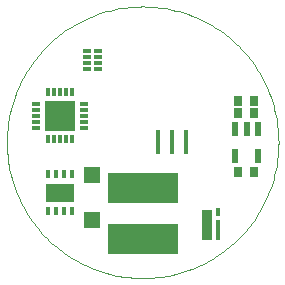
<source format=gbr>
G04 EAGLE Gerber RS-274X export*
G75*
%MOMM*%
%FSLAX35Y35*%
%LPD*%
%INsolder_paste_bottom*%
%IPPOS*%
%AMOC8*
5,1,8,0,0,1.08239X$1,22.5*%
G01*
%ADD10C,0.010000*%
%ADD11R,0.700000X0.900000*%
%ADD12R,1.400000X1.400000*%
%ADD13R,0.400000X2.000000*%
%ADD14R,2.500000X2.500000*%
%ADD15R,0.300000X0.750000*%
%ADD16R,0.750000X0.300000*%
%ADD17R,2.400000X1.500000*%
%ADD18R,0.350000X0.650000*%
%ADD19R,6.000000X2.500000*%
%ADD20R,0.600000X1.200000*%
%ADD21R,0.950000X2.500000*%
%ADD22R,0.300000X1.770000*%
%ADD23R,0.300000X0.650000*%
%ADD24R,0.650000X0.300000*%


D10*
X-1150000Y0D02*
X-1149654Y28222D01*
X-1148615Y56428D01*
X-1146884Y84599D01*
X-1144462Y112720D01*
X-1141351Y140772D01*
X-1137553Y168740D01*
X-1133069Y196606D01*
X-1127903Y224354D01*
X-1122057Y251966D01*
X-1115536Y279427D01*
X-1108342Y306720D01*
X-1100481Y333827D01*
X-1091957Y360734D01*
X-1082776Y387423D01*
X-1072942Y413879D01*
X-1062461Y440086D01*
X-1051341Y466028D01*
X-1039588Y491688D01*
X-1027208Y517053D01*
X-1014209Y542106D01*
X-1000600Y566833D01*
X-986388Y591218D01*
X-971582Y615247D01*
X-956190Y638906D01*
X-940223Y662179D01*
X-923689Y685054D01*
X-906598Y707516D01*
X-888962Y729552D01*
X-870790Y751149D01*
X-852094Y772293D01*
X-832884Y792972D01*
X-813173Y813173D01*
X-792972Y832884D01*
X-772293Y852094D01*
X-751149Y870790D01*
X-729552Y888962D01*
X-707516Y906598D01*
X-685054Y923689D01*
X-662179Y940223D01*
X-638906Y956190D01*
X-615247Y971582D01*
X-591218Y986388D01*
X-566833Y1000600D01*
X-542106Y1014209D01*
X-517053Y1027208D01*
X-491688Y1039588D01*
X-466028Y1051341D01*
X-440086Y1062461D01*
X-413879Y1072942D01*
X-387423Y1082776D01*
X-360734Y1091957D01*
X-333827Y1100481D01*
X-306720Y1108342D01*
X-279427Y1115536D01*
X-251966Y1122057D01*
X-224354Y1127903D01*
X-196606Y1133069D01*
X-168740Y1137553D01*
X-140772Y1141351D01*
X-112720Y1144462D01*
X-84599Y1146884D01*
X-56428Y1148615D01*
X-28222Y1149654D01*
X0Y1150000D01*
X28222Y1149654D01*
X56428Y1148615D01*
X84599Y1146884D01*
X112720Y1144462D01*
X140772Y1141351D01*
X168740Y1137553D01*
X196606Y1133069D01*
X224354Y1127903D01*
X251966Y1122057D01*
X279427Y1115536D01*
X306720Y1108342D01*
X333827Y1100481D01*
X360734Y1091957D01*
X387423Y1082776D01*
X413879Y1072942D01*
X440086Y1062461D01*
X466028Y1051341D01*
X491688Y1039588D01*
X517053Y1027208D01*
X542106Y1014209D01*
X566833Y1000600D01*
X591218Y986388D01*
X615247Y971582D01*
X638906Y956190D01*
X662179Y940223D01*
X685054Y923689D01*
X707516Y906598D01*
X729552Y888962D01*
X751149Y870790D01*
X772293Y852094D01*
X792972Y832884D01*
X813173Y813173D01*
X832884Y792972D01*
X852094Y772293D01*
X870790Y751149D01*
X888962Y729552D01*
X906598Y707516D01*
X923689Y685054D01*
X940223Y662179D01*
X956190Y638906D01*
X971582Y615247D01*
X986388Y591218D01*
X1000600Y566833D01*
X1014209Y542106D01*
X1027208Y517053D01*
X1039588Y491688D01*
X1051341Y466028D01*
X1062461Y440086D01*
X1072942Y413879D01*
X1082776Y387423D01*
X1091957Y360734D01*
X1100481Y333827D01*
X1108342Y306720D01*
X1115536Y279427D01*
X1122057Y251966D01*
X1127903Y224354D01*
X1133069Y196606D01*
X1137553Y168740D01*
X1141351Y140772D01*
X1144462Y112720D01*
X1146884Y84599D01*
X1148615Y56428D01*
X1149654Y28222D01*
X1150000Y0D01*
X1149654Y-28222D01*
X1148615Y-56428D01*
X1146884Y-84599D01*
X1144462Y-112720D01*
X1141351Y-140772D01*
X1137553Y-168740D01*
X1133069Y-196606D01*
X1127903Y-224354D01*
X1122057Y-251966D01*
X1115536Y-279427D01*
X1108342Y-306720D01*
X1100481Y-333827D01*
X1091957Y-360734D01*
X1082776Y-387423D01*
X1072942Y-413879D01*
X1062461Y-440086D01*
X1051341Y-466028D01*
X1039588Y-491688D01*
X1027208Y-517053D01*
X1014209Y-542106D01*
X1000600Y-566833D01*
X986388Y-591218D01*
X971582Y-615247D01*
X956190Y-638906D01*
X940223Y-662179D01*
X923689Y-685054D01*
X906598Y-707516D01*
X888962Y-729552D01*
X870790Y-751149D01*
X852094Y-772293D01*
X832884Y-792972D01*
X813173Y-813173D01*
X792972Y-832884D01*
X772293Y-852094D01*
X751149Y-870790D01*
X729552Y-888962D01*
X707516Y-906598D01*
X685054Y-923689D01*
X662179Y-940223D01*
X638906Y-956190D01*
X615247Y-971582D01*
X591218Y-986388D01*
X566833Y-1000600D01*
X542106Y-1014209D01*
X517053Y-1027208D01*
X491688Y-1039588D01*
X466028Y-1051341D01*
X440086Y-1062461D01*
X413879Y-1072942D01*
X387423Y-1082776D01*
X360734Y-1091957D01*
X333827Y-1100481D01*
X306720Y-1108342D01*
X279427Y-1115536D01*
X251966Y-1122057D01*
X224354Y-1127903D01*
X196606Y-1133069D01*
X168740Y-1137553D01*
X140772Y-1141351D01*
X112720Y-1144462D01*
X84599Y-1146884D01*
X56428Y-1148615D01*
X28222Y-1149654D01*
X0Y-1150000D01*
X-28222Y-1149654D01*
X-56428Y-1148615D01*
X-84599Y-1146884D01*
X-112720Y-1144462D01*
X-140772Y-1141351D01*
X-168740Y-1137553D01*
X-196606Y-1133069D01*
X-224354Y-1127903D01*
X-251966Y-1122057D01*
X-279427Y-1115536D01*
X-306720Y-1108342D01*
X-333827Y-1100481D01*
X-360734Y-1091957D01*
X-387423Y-1082776D01*
X-413879Y-1072942D01*
X-440086Y-1062461D01*
X-466028Y-1051341D01*
X-491688Y-1039588D01*
X-517053Y-1027208D01*
X-542106Y-1014209D01*
X-566833Y-1000600D01*
X-591218Y-986388D01*
X-615247Y-971582D01*
X-638906Y-956190D01*
X-662179Y-940223D01*
X-685054Y-923689D01*
X-707516Y-906598D01*
X-729552Y-888962D01*
X-751149Y-870790D01*
X-772293Y-852094D01*
X-792972Y-832884D01*
X-813173Y-813173D01*
X-832884Y-792972D01*
X-852094Y-772293D01*
X-870790Y-751149D01*
X-888962Y-729552D01*
X-906598Y-707516D01*
X-923689Y-685054D01*
X-940223Y-662179D01*
X-956190Y-638906D01*
X-971582Y-615247D01*
X-986388Y-591218D01*
X-1000600Y-566833D01*
X-1014209Y-542106D01*
X-1027208Y-517053D01*
X-1039588Y-491688D01*
X-1051341Y-466028D01*
X-1062461Y-440086D01*
X-1072942Y-413879D01*
X-1082776Y-387423D01*
X-1091957Y-360734D01*
X-1100481Y-333827D01*
X-1108342Y-306720D01*
X-1115536Y-279427D01*
X-1122057Y-251966D01*
X-1127903Y-224354D01*
X-1133069Y-196606D01*
X-1137553Y-168740D01*
X-1141351Y-140772D01*
X-1144462Y-112720D01*
X-1146884Y-84599D01*
X-1148615Y-56428D01*
X-1149654Y-28222D01*
X-1150000Y0D01*
D11*
X810000Y350000D03*
X940000Y350000D03*
D12*
X-430000Y-275000D03*
X-430000Y-655000D03*
D13*
X370000Y5000D03*
X250000Y5000D03*
X130000Y5000D03*
D14*
X-700000Y225000D03*
D15*
X-800000Y25000D03*
X-750000Y25000D03*
X-700000Y25000D03*
X-650000Y25000D03*
X-600000Y25000D03*
X-600000Y425000D03*
X-650000Y425000D03*
X-700000Y425000D03*
X-750000Y425000D03*
X-800000Y425000D03*
D16*
X-500000Y325000D03*
X-500000Y275000D03*
X-500000Y225000D03*
X-500000Y175000D03*
X-500000Y125000D03*
X-900000Y125000D03*
X-900000Y175000D03*
X-900000Y225000D03*
X-900000Y275000D03*
X-900000Y325000D03*
D17*
X-700000Y-425000D03*
D18*
X-797500Y-270000D03*
X-732500Y-270000D03*
X-667500Y-270000D03*
X-602500Y-270000D03*
X-797500Y-580000D03*
X-732500Y-580000D03*
X-667500Y-580000D03*
X-602500Y-580000D03*
D19*
X0Y-817500D03*
X0Y-387500D03*
D11*
X810000Y250000D03*
X940000Y250000D03*
X940000Y-250000D03*
X810000Y-250000D03*
D20*
X880000Y115000D03*
X785000Y115000D03*
X975000Y115000D03*
X975000Y-115000D03*
X785000Y-115000D03*
D21*
X542440Y-699595D03*
D22*
X635000Y-746280D03*
D23*
X634660Y-587390D03*
D24*
X-475000Y620000D03*
X-475000Y670000D03*
X-475000Y720000D03*
X-475000Y770000D03*
X-375000Y770000D03*
X-375000Y720000D03*
X-375000Y670000D03*
X-375000Y620000D03*
M02*

</source>
